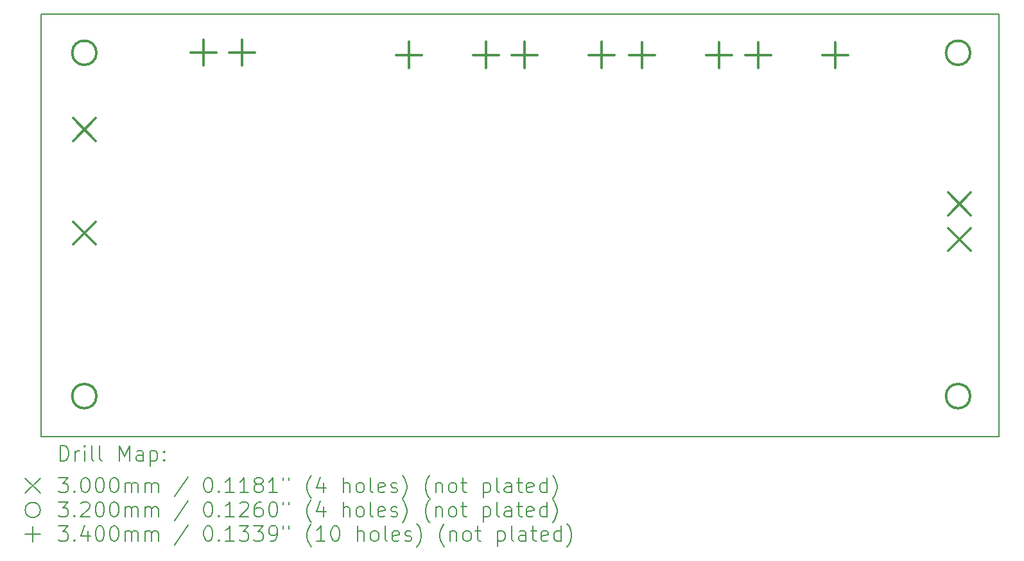
<source format=gbr>
%TF.GenerationSoftware,KiCad,Pcbnew,9.0.1*%
%TF.CreationDate,2025-06-05T13:09:51-07:00*%
%TF.ProjectId,chop-controller-heat,63686f70-2d63-46f6-9e74-726f6c6c6572,rev?*%
%TF.SameCoordinates,Original*%
%TF.FileFunction,Drillmap*%
%TF.FilePolarity,Positive*%
%FSLAX45Y45*%
G04 Gerber Fmt 4.5, Leading zero omitted, Abs format (unit mm)*
G04 Created by KiCad (PCBNEW 9.0.1) date 2025-06-05 13:09:51*
%MOMM*%
%LPD*%
G01*
G04 APERTURE LIST*
%ADD10C,0.200000*%
%ADD11C,0.300000*%
%ADD12C,0.320000*%
%ADD13C,0.340000*%
G04 APERTURE END LIST*
D10*
X8502664Y-4891532D02*
X21138264Y-4891532D01*
X21138264Y-10469532D01*
X8502664Y-10469532D01*
X8502664Y-4891532D01*
D11*
X8922680Y-6265280D02*
X9222680Y-6565280D01*
X9222680Y-6265280D02*
X8922680Y-6565280D01*
X8922680Y-7635280D02*
X9222680Y-7935280D01*
X9222680Y-7635280D02*
X8922680Y-7935280D01*
X20462400Y-7246000D02*
X20762400Y-7546000D01*
X20762400Y-7246000D02*
X20462400Y-7546000D01*
X20462400Y-7716000D02*
X20762400Y-8016000D01*
X20762400Y-7716000D02*
X20462400Y-8016000D01*
D12*
X9232680Y-5402200D02*
G75*
G02*
X8912680Y-5402200I-160000J0D01*
G01*
X8912680Y-5402200D02*
G75*
G02*
X9232680Y-5402200I160000J0D01*
G01*
X9232680Y-9936200D02*
G75*
G02*
X8912680Y-9936200I-160000J0D01*
G01*
X8912680Y-9936200D02*
G75*
G02*
X9232680Y-9936200I160000J0D01*
G01*
X20755740Y-5402200D02*
G75*
G02*
X20435740Y-5402200I-160000J0D01*
G01*
X20435740Y-5402200D02*
G75*
G02*
X20755740Y-5402200I160000J0D01*
G01*
X20755740Y-9936200D02*
G75*
G02*
X20435740Y-9936200I-160000J0D01*
G01*
X20435740Y-9936200D02*
G75*
G02*
X20755740Y-9936200I160000J0D01*
G01*
D13*
X10642564Y-5226932D02*
X10642564Y-5566932D01*
X10472564Y-5396932D02*
X10812564Y-5396932D01*
X11150564Y-5226932D02*
X11150564Y-5566932D01*
X10980564Y-5396932D02*
X11320564Y-5396932D01*
X13355764Y-5259332D02*
X13355764Y-5599332D01*
X13185764Y-5429332D02*
X13525764Y-5429332D01*
X14371764Y-5259332D02*
X14371764Y-5599332D01*
X14201764Y-5429332D02*
X14541764Y-5429332D01*
X14876364Y-5259332D02*
X14876364Y-5599332D01*
X14706364Y-5429332D02*
X15046364Y-5429332D01*
X15892364Y-5259332D02*
X15892364Y-5599332D01*
X15722364Y-5429332D02*
X16062364Y-5429332D01*
X16424089Y-5264407D02*
X16424089Y-5604407D01*
X16254089Y-5434407D02*
X16594089Y-5434407D01*
X17440089Y-5264407D02*
X17440089Y-5604407D01*
X17270089Y-5434407D02*
X17610089Y-5434407D01*
X17957389Y-5264407D02*
X17957389Y-5604407D01*
X17787389Y-5434407D02*
X18127389Y-5434407D01*
X18973389Y-5264407D02*
X18973389Y-5604407D01*
X18803389Y-5434407D02*
X19143389Y-5434407D01*
D10*
X8753441Y-10791016D02*
X8753441Y-10591016D01*
X8753441Y-10591016D02*
X8801060Y-10591016D01*
X8801060Y-10591016D02*
X8829631Y-10600540D01*
X8829631Y-10600540D02*
X8848679Y-10619588D01*
X8848679Y-10619588D02*
X8858203Y-10638635D01*
X8858203Y-10638635D02*
X8867726Y-10676730D01*
X8867726Y-10676730D02*
X8867726Y-10705302D01*
X8867726Y-10705302D02*
X8858203Y-10743397D01*
X8858203Y-10743397D02*
X8848679Y-10762445D01*
X8848679Y-10762445D02*
X8829631Y-10781492D01*
X8829631Y-10781492D02*
X8801060Y-10791016D01*
X8801060Y-10791016D02*
X8753441Y-10791016D01*
X8953441Y-10791016D02*
X8953441Y-10657683D01*
X8953441Y-10695778D02*
X8962964Y-10676730D01*
X8962964Y-10676730D02*
X8972488Y-10667207D01*
X8972488Y-10667207D02*
X8991536Y-10657683D01*
X8991536Y-10657683D02*
X9010584Y-10657683D01*
X9077250Y-10791016D02*
X9077250Y-10657683D01*
X9077250Y-10591016D02*
X9067726Y-10600540D01*
X9067726Y-10600540D02*
X9077250Y-10610064D01*
X9077250Y-10610064D02*
X9086774Y-10600540D01*
X9086774Y-10600540D02*
X9077250Y-10591016D01*
X9077250Y-10591016D02*
X9077250Y-10610064D01*
X9201060Y-10791016D02*
X9182012Y-10781492D01*
X9182012Y-10781492D02*
X9172488Y-10762445D01*
X9172488Y-10762445D02*
X9172488Y-10591016D01*
X9305822Y-10791016D02*
X9286774Y-10781492D01*
X9286774Y-10781492D02*
X9277250Y-10762445D01*
X9277250Y-10762445D02*
X9277250Y-10591016D01*
X9534393Y-10791016D02*
X9534393Y-10591016D01*
X9534393Y-10591016D02*
X9601060Y-10733873D01*
X9601060Y-10733873D02*
X9667726Y-10591016D01*
X9667726Y-10591016D02*
X9667726Y-10791016D01*
X9848679Y-10791016D02*
X9848679Y-10686254D01*
X9848679Y-10686254D02*
X9839155Y-10667207D01*
X9839155Y-10667207D02*
X9820107Y-10657683D01*
X9820107Y-10657683D02*
X9782012Y-10657683D01*
X9782012Y-10657683D02*
X9762964Y-10667207D01*
X9848679Y-10781492D02*
X9829631Y-10791016D01*
X9829631Y-10791016D02*
X9782012Y-10791016D01*
X9782012Y-10791016D02*
X9762964Y-10781492D01*
X9762964Y-10781492D02*
X9753441Y-10762445D01*
X9753441Y-10762445D02*
X9753441Y-10743397D01*
X9753441Y-10743397D02*
X9762964Y-10724349D01*
X9762964Y-10724349D02*
X9782012Y-10714826D01*
X9782012Y-10714826D02*
X9829631Y-10714826D01*
X9829631Y-10714826D02*
X9848679Y-10705302D01*
X9943917Y-10657683D02*
X9943917Y-10857683D01*
X9943917Y-10667207D02*
X9962964Y-10657683D01*
X9962964Y-10657683D02*
X10001060Y-10657683D01*
X10001060Y-10657683D02*
X10020107Y-10667207D01*
X10020107Y-10667207D02*
X10029631Y-10676730D01*
X10029631Y-10676730D02*
X10039155Y-10695778D01*
X10039155Y-10695778D02*
X10039155Y-10752921D01*
X10039155Y-10752921D02*
X10029631Y-10771968D01*
X10029631Y-10771968D02*
X10020107Y-10781492D01*
X10020107Y-10781492D02*
X10001060Y-10791016D01*
X10001060Y-10791016D02*
X9962964Y-10791016D01*
X9962964Y-10791016D02*
X9943917Y-10781492D01*
X10124869Y-10771968D02*
X10134393Y-10781492D01*
X10134393Y-10781492D02*
X10124869Y-10791016D01*
X10124869Y-10791016D02*
X10115345Y-10781492D01*
X10115345Y-10781492D02*
X10124869Y-10771968D01*
X10124869Y-10771968D02*
X10124869Y-10791016D01*
X10124869Y-10667207D02*
X10134393Y-10676730D01*
X10134393Y-10676730D02*
X10124869Y-10686254D01*
X10124869Y-10686254D02*
X10115345Y-10676730D01*
X10115345Y-10676730D02*
X10124869Y-10667207D01*
X10124869Y-10667207D02*
X10124869Y-10686254D01*
X8292664Y-11019532D02*
X8492664Y-11219532D01*
X8492664Y-11019532D02*
X8292664Y-11219532D01*
X8734393Y-11011016D02*
X8858203Y-11011016D01*
X8858203Y-11011016D02*
X8791536Y-11087207D01*
X8791536Y-11087207D02*
X8820107Y-11087207D01*
X8820107Y-11087207D02*
X8839155Y-11096730D01*
X8839155Y-11096730D02*
X8848679Y-11106254D01*
X8848679Y-11106254D02*
X8858203Y-11125302D01*
X8858203Y-11125302D02*
X8858203Y-11172921D01*
X8858203Y-11172921D02*
X8848679Y-11191968D01*
X8848679Y-11191968D02*
X8839155Y-11201492D01*
X8839155Y-11201492D02*
X8820107Y-11211016D01*
X8820107Y-11211016D02*
X8762964Y-11211016D01*
X8762964Y-11211016D02*
X8743917Y-11201492D01*
X8743917Y-11201492D02*
X8734393Y-11191968D01*
X8943917Y-11191968D02*
X8953441Y-11201492D01*
X8953441Y-11201492D02*
X8943917Y-11211016D01*
X8943917Y-11211016D02*
X8934393Y-11201492D01*
X8934393Y-11201492D02*
X8943917Y-11191968D01*
X8943917Y-11191968D02*
X8943917Y-11211016D01*
X9077250Y-11011016D02*
X9096298Y-11011016D01*
X9096298Y-11011016D02*
X9115345Y-11020540D01*
X9115345Y-11020540D02*
X9124869Y-11030064D01*
X9124869Y-11030064D02*
X9134393Y-11049111D01*
X9134393Y-11049111D02*
X9143917Y-11087207D01*
X9143917Y-11087207D02*
X9143917Y-11134826D01*
X9143917Y-11134826D02*
X9134393Y-11172921D01*
X9134393Y-11172921D02*
X9124869Y-11191968D01*
X9124869Y-11191968D02*
X9115345Y-11201492D01*
X9115345Y-11201492D02*
X9096298Y-11211016D01*
X9096298Y-11211016D02*
X9077250Y-11211016D01*
X9077250Y-11211016D02*
X9058203Y-11201492D01*
X9058203Y-11201492D02*
X9048679Y-11191968D01*
X9048679Y-11191968D02*
X9039155Y-11172921D01*
X9039155Y-11172921D02*
X9029631Y-11134826D01*
X9029631Y-11134826D02*
X9029631Y-11087207D01*
X9029631Y-11087207D02*
X9039155Y-11049111D01*
X9039155Y-11049111D02*
X9048679Y-11030064D01*
X9048679Y-11030064D02*
X9058203Y-11020540D01*
X9058203Y-11020540D02*
X9077250Y-11011016D01*
X9267726Y-11011016D02*
X9286774Y-11011016D01*
X9286774Y-11011016D02*
X9305822Y-11020540D01*
X9305822Y-11020540D02*
X9315345Y-11030064D01*
X9315345Y-11030064D02*
X9324869Y-11049111D01*
X9324869Y-11049111D02*
X9334393Y-11087207D01*
X9334393Y-11087207D02*
X9334393Y-11134826D01*
X9334393Y-11134826D02*
X9324869Y-11172921D01*
X9324869Y-11172921D02*
X9315345Y-11191968D01*
X9315345Y-11191968D02*
X9305822Y-11201492D01*
X9305822Y-11201492D02*
X9286774Y-11211016D01*
X9286774Y-11211016D02*
X9267726Y-11211016D01*
X9267726Y-11211016D02*
X9248679Y-11201492D01*
X9248679Y-11201492D02*
X9239155Y-11191968D01*
X9239155Y-11191968D02*
X9229631Y-11172921D01*
X9229631Y-11172921D02*
X9220107Y-11134826D01*
X9220107Y-11134826D02*
X9220107Y-11087207D01*
X9220107Y-11087207D02*
X9229631Y-11049111D01*
X9229631Y-11049111D02*
X9239155Y-11030064D01*
X9239155Y-11030064D02*
X9248679Y-11020540D01*
X9248679Y-11020540D02*
X9267726Y-11011016D01*
X9458203Y-11011016D02*
X9477250Y-11011016D01*
X9477250Y-11011016D02*
X9496298Y-11020540D01*
X9496298Y-11020540D02*
X9505822Y-11030064D01*
X9505822Y-11030064D02*
X9515345Y-11049111D01*
X9515345Y-11049111D02*
X9524869Y-11087207D01*
X9524869Y-11087207D02*
X9524869Y-11134826D01*
X9524869Y-11134826D02*
X9515345Y-11172921D01*
X9515345Y-11172921D02*
X9505822Y-11191968D01*
X9505822Y-11191968D02*
X9496298Y-11201492D01*
X9496298Y-11201492D02*
X9477250Y-11211016D01*
X9477250Y-11211016D02*
X9458203Y-11211016D01*
X9458203Y-11211016D02*
X9439155Y-11201492D01*
X9439155Y-11201492D02*
X9429631Y-11191968D01*
X9429631Y-11191968D02*
X9420107Y-11172921D01*
X9420107Y-11172921D02*
X9410584Y-11134826D01*
X9410584Y-11134826D02*
X9410584Y-11087207D01*
X9410584Y-11087207D02*
X9420107Y-11049111D01*
X9420107Y-11049111D02*
X9429631Y-11030064D01*
X9429631Y-11030064D02*
X9439155Y-11020540D01*
X9439155Y-11020540D02*
X9458203Y-11011016D01*
X9610584Y-11211016D02*
X9610584Y-11077683D01*
X9610584Y-11096730D02*
X9620107Y-11087207D01*
X9620107Y-11087207D02*
X9639155Y-11077683D01*
X9639155Y-11077683D02*
X9667726Y-11077683D01*
X9667726Y-11077683D02*
X9686774Y-11087207D01*
X9686774Y-11087207D02*
X9696298Y-11106254D01*
X9696298Y-11106254D02*
X9696298Y-11211016D01*
X9696298Y-11106254D02*
X9705822Y-11087207D01*
X9705822Y-11087207D02*
X9724869Y-11077683D01*
X9724869Y-11077683D02*
X9753441Y-11077683D01*
X9753441Y-11077683D02*
X9772488Y-11087207D01*
X9772488Y-11087207D02*
X9782012Y-11106254D01*
X9782012Y-11106254D02*
X9782012Y-11211016D01*
X9877250Y-11211016D02*
X9877250Y-11077683D01*
X9877250Y-11096730D02*
X9886774Y-11087207D01*
X9886774Y-11087207D02*
X9905822Y-11077683D01*
X9905822Y-11077683D02*
X9934393Y-11077683D01*
X9934393Y-11077683D02*
X9953441Y-11087207D01*
X9953441Y-11087207D02*
X9962965Y-11106254D01*
X9962965Y-11106254D02*
X9962965Y-11211016D01*
X9962965Y-11106254D02*
X9972488Y-11087207D01*
X9972488Y-11087207D02*
X9991536Y-11077683D01*
X9991536Y-11077683D02*
X10020107Y-11077683D01*
X10020107Y-11077683D02*
X10039155Y-11087207D01*
X10039155Y-11087207D02*
X10048679Y-11106254D01*
X10048679Y-11106254D02*
X10048679Y-11211016D01*
X10439155Y-11001492D02*
X10267727Y-11258635D01*
X10696298Y-11011016D02*
X10715346Y-11011016D01*
X10715346Y-11011016D02*
X10734393Y-11020540D01*
X10734393Y-11020540D02*
X10743917Y-11030064D01*
X10743917Y-11030064D02*
X10753441Y-11049111D01*
X10753441Y-11049111D02*
X10762965Y-11087207D01*
X10762965Y-11087207D02*
X10762965Y-11134826D01*
X10762965Y-11134826D02*
X10753441Y-11172921D01*
X10753441Y-11172921D02*
X10743917Y-11191968D01*
X10743917Y-11191968D02*
X10734393Y-11201492D01*
X10734393Y-11201492D02*
X10715346Y-11211016D01*
X10715346Y-11211016D02*
X10696298Y-11211016D01*
X10696298Y-11211016D02*
X10677250Y-11201492D01*
X10677250Y-11201492D02*
X10667727Y-11191968D01*
X10667727Y-11191968D02*
X10658203Y-11172921D01*
X10658203Y-11172921D02*
X10648679Y-11134826D01*
X10648679Y-11134826D02*
X10648679Y-11087207D01*
X10648679Y-11087207D02*
X10658203Y-11049111D01*
X10658203Y-11049111D02*
X10667727Y-11030064D01*
X10667727Y-11030064D02*
X10677250Y-11020540D01*
X10677250Y-11020540D02*
X10696298Y-11011016D01*
X10848679Y-11191968D02*
X10858203Y-11201492D01*
X10858203Y-11201492D02*
X10848679Y-11211016D01*
X10848679Y-11211016D02*
X10839155Y-11201492D01*
X10839155Y-11201492D02*
X10848679Y-11191968D01*
X10848679Y-11191968D02*
X10848679Y-11211016D01*
X11048679Y-11211016D02*
X10934393Y-11211016D01*
X10991536Y-11211016D02*
X10991536Y-11011016D01*
X10991536Y-11011016D02*
X10972488Y-11039588D01*
X10972488Y-11039588D02*
X10953441Y-11058635D01*
X10953441Y-11058635D02*
X10934393Y-11068159D01*
X11239155Y-11211016D02*
X11124869Y-11211016D01*
X11182012Y-11211016D02*
X11182012Y-11011016D01*
X11182012Y-11011016D02*
X11162965Y-11039588D01*
X11162965Y-11039588D02*
X11143917Y-11058635D01*
X11143917Y-11058635D02*
X11124869Y-11068159D01*
X11353441Y-11096730D02*
X11334393Y-11087207D01*
X11334393Y-11087207D02*
X11324869Y-11077683D01*
X11324869Y-11077683D02*
X11315346Y-11058635D01*
X11315346Y-11058635D02*
X11315346Y-11049111D01*
X11315346Y-11049111D02*
X11324869Y-11030064D01*
X11324869Y-11030064D02*
X11334393Y-11020540D01*
X11334393Y-11020540D02*
X11353441Y-11011016D01*
X11353441Y-11011016D02*
X11391536Y-11011016D01*
X11391536Y-11011016D02*
X11410584Y-11020540D01*
X11410584Y-11020540D02*
X11420107Y-11030064D01*
X11420107Y-11030064D02*
X11429631Y-11049111D01*
X11429631Y-11049111D02*
X11429631Y-11058635D01*
X11429631Y-11058635D02*
X11420107Y-11077683D01*
X11420107Y-11077683D02*
X11410584Y-11087207D01*
X11410584Y-11087207D02*
X11391536Y-11096730D01*
X11391536Y-11096730D02*
X11353441Y-11096730D01*
X11353441Y-11096730D02*
X11334393Y-11106254D01*
X11334393Y-11106254D02*
X11324869Y-11115778D01*
X11324869Y-11115778D02*
X11315346Y-11134826D01*
X11315346Y-11134826D02*
X11315346Y-11172921D01*
X11315346Y-11172921D02*
X11324869Y-11191968D01*
X11324869Y-11191968D02*
X11334393Y-11201492D01*
X11334393Y-11201492D02*
X11353441Y-11211016D01*
X11353441Y-11211016D02*
X11391536Y-11211016D01*
X11391536Y-11211016D02*
X11410584Y-11201492D01*
X11410584Y-11201492D02*
X11420107Y-11191968D01*
X11420107Y-11191968D02*
X11429631Y-11172921D01*
X11429631Y-11172921D02*
X11429631Y-11134826D01*
X11429631Y-11134826D02*
X11420107Y-11115778D01*
X11420107Y-11115778D02*
X11410584Y-11106254D01*
X11410584Y-11106254D02*
X11391536Y-11096730D01*
X11620107Y-11211016D02*
X11505822Y-11211016D01*
X11562965Y-11211016D02*
X11562965Y-11011016D01*
X11562965Y-11011016D02*
X11543917Y-11039588D01*
X11543917Y-11039588D02*
X11524869Y-11058635D01*
X11524869Y-11058635D02*
X11505822Y-11068159D01*
X11696298Y-11011016D02*
X11696298Y-11049111D01*
X11772488Y-11011016D02*
X11772488Y-11049111D01*
X12067727Y-11287206D02*
X12058203Y-11277683D01*
X12058203Y-11277683D02*
X12039155Y-11249111D01*
X12039155Y-11249111D02*
X12029631Y-11230064D01*
X12029631Y-11230064D02*
X12020108Y-11201492D01*
X12020108Y-11201492D02*
X12010584Y-11153873D01*
X12010584Y-11153873D02*
X12010584Y-11115778D01*
X12010584Y-11115778D02*
X12020108Y-11068159D01*
X12020108Y-11068159D02*
X12029631Y-11039588D01*
X12029631Y-11039588D02*
X12039155Y-11020540D01*
X12039155Y-11020540D02*
X12058203Y-10991968D01*
X12058203Y-10991968D02*
X12067727Y-10982445D01*
X12229631Y-11077683D02*
X12229631Y-11211016D01*
X12182012Y-11001492D02*
X12134393Y-11144349D01*
X12134393Y-11144349D02*
X12258203Y-11144349D01*
X12486774Y-11211016D02*
X12486774Y-11011016D01*
X12572489Y-11211016D02*
X12572489Y-11106254D01*
X12572489Y-11106254D02*
X12562965Y-11087207D01*
X12562965Y-11087207D02*
X12543917Y-11077683D01*
X12543917Y-11077683D02*
X12515346Y-11077683D01*
X12515346Y-11077683D02*
X12496298Y-11087207D01*
X12496298Y-11087207D02*
X12486774Y-11096730D01*
X12696298Y-11211016D02*
X12677250Y-11201492D01*
X12677250Y-11201492D02*
X12667727Y-11191968D01*
X12667727Y-11191968D02*
X12658203Y-11172921D01*
X12658203Y-11172921D02*
X12658203Y-11115778D01*
X12658203Y-11115778D02*
X12667727Y-11096730D01*
X12667727Y-11096730D02*
X12677250Y-11087207D01*
X12677250Y-11087207D02*
X12696298Y-11077683D01*
X12696298Y-11077683D02*
X12724870Y-11077683D01*
X12724870Y-11077683D02*
X12743917Y-11087207D01*
X12743917Y-11087207D02*
X12753441Y-11096730D01*
X12753441Y-11096730D02*
X12762965Y-11115778D01*
X12762965Y-11115778D02*
X12762965Y-11172921D01*
X12762965Y-11172921D02*
X12753441Y-11191968D01*
X12753441Y-11191968D02*
X12743917Y-11201492D01*
X12743917Y-11201492D02*
X12724870Y-11211016D01*
X12724870Y-11211016D02*
X12696298Y-11211016D01*
X12877250Y-11211016D02*
X12858203Y-11201492D01*
X12858203Y-11201492D02*
X12848679Y-11182445D01*
X12848679Y-11182445D02*
X12848679Y-11011016D01*
X13029631Y-11201492D02*
X13010584Y-11211016D01*
X13010584Y-11211016D02*
X12972489Y-11211016D01*
X12972489Y-11211016D02*
X12953441Y-11201492D01*
X12953441Y-11201492D02*
X12943917Y-11182445D01*
X12943917Y-11182445D02*
X12943917Y-11106254D01*
X12943917Y-11106254D02*
X12953441Y-11087207D01*
X12953441Y-11087207D02*
X12972489Y-11077683D01*
X12972489Y-11077683D02*
X13010584Y-11077683D01*
X13010584Y-11077683D02*
X13029631Y-11087207D01*
X13029631Y-11087207D02*
X13039155Y-11106254D01*
X13039155Y-11106254D02*
X13039155Y-11125302D01*
X13039155Y-11125302D02*
X12943917Y-11144349D01*
X13115346Y-11201492D02*
X13134393Y-11211016D01*
X13134393Y-11211016D02*
X13172489Y-11211016D01*
X13172489Y-11211016D02*
X13191536Y-11201492D01*
X13191536Y-11201492D02*
X13201060Y-11182445D01*
X13201060Y-11182445D02*
X13201060Y-11172921D01*
X13201060Y-11172921D02*
X13191536Y-11153873D01*
X13191536Y-11153873D02*
X13172489Y-11144349D01*
X13172489Y-11144349D02*
X13143917Y-11144349D01*
X13143917Y-11144349D02*
X13124870Y-11134826D01*
X13124870Y-11134826D02*
X13115346Y-11115778D01*
X13115346Y-11115778D02*
X13115346Y-11106254D01*
X13115346Y-11106254D02*
X13124870Y-11087207D01*
X13124870Y-11087207D02*
X13143917Y-11077683D01*
X13143917Y-11077683D02*
X13172489Y-11077683D01*
X13172489Y-11077683D02*
X13191536Y-11087207D01*
X13267727Y-11287206D02*
X13277251Y-11277683D01*
X13277251Y-11277683D02*
X13296298Y-11249111D01*
X13296298Y-11249111D02*
X13305822Y-11230064D01*
X13305822Y-11230064D02*
X13315346Y-11201492D01*
X13315346Y-11201492D02*
X13324870Y-11153873D01*
X13324870Y-11153873D02*
X13324870Y-11115778D01*
X13324870Y-11115778D02*
X13315346Y-11068159D01*
X13315346Y-11068159D02*
X13305822Y-11039588D01*
X13305822Y-11039588D02*
X13296298Y-11020540D01*
X13296298Y-11020540D02*
X13277251Y-10991968D01*
X13277251Y-10991968D02*
X13267727Y-10982445D01*
X13629632Y-11287206D02*
X13620108Y-11277683D01*
X13620108Y-11277683D02*
X13601060Y-11249111D01*
X13601060Y-11249111D02*
X13591536Y-11230064D01*
X13591536Y-11230064D02*
X13582012Y-11201492D01*
X13582012Y-11201492D02*
X13572489Y-11153873D01*
X13572489Y-11153873D02*
X13572489Y-11115778D01*
X13572489Y-11115778D02*
X13582012Y-11068159D01*
X13582012Y-11068159D02*
X13591536Y-11039588D01*
X13591536Y-11039588D02*
X13601060Y-11020540D01*
X13601060Y-11020540D02*
X13620108Y-10991968D01*
X13620108Y-10991968D02*
X13629632Y-10982445D01*
X13705822Y-11077683D02*
X13705822Y-11211016D01*
X13705822Y-11096730D02*
X13715346Y-11087207D01*
X13715346Y-11087207D02*
X13734393Y-11077683D01*
X13734393Y-11077683D02*
X13762965Y-11077683D01*
X13762965Y-11077683D02*
X13782012Y-11087207D01*
X13782012Y-11087207D02*
X13791536Y-11106254D01*
X13791536Y-11106254D02*
X13791536Y-11211016D01*
X13915346Y-11211016D02*
X13896298Y-11201492D01*
X13896298Y-11201492D02*
X13886774Y-11191968D01*
X13886774Y-11191968D02*
X13877251Y-11172921D01*
X13877251Y-11172921D02*
X13877251Y-11115778D01*
X13877251Y-11115778D02*
X13886774Y-11096730D01*
X13886774Y-11096730D02*
X13896298Y-11087207D01*
X13896298Y-11087207D02*
X13915346Y-11077683D01*
X13915346Y-11077683D02*
X13943917Y-11077683D01*
X13943917Y-11077683D02*
X13962965Y-11087207D01*
X13962965Y-11087207D02*
X13972489Y-11096730D01*
X13972489Y-11096730D02*
X13982012Y-11115778D01*
X13982012Y-11115778D02*
X13982012Y-11172921D01*
X13982012Y-11172921D02*
X13972489Y-11191968D01*
X13972489Y-11191968D02*
X13962965Y-11201492D01*
X13962965Y-11201492D02*
X13943917Y-11211016D01*
X13943917Y-11211016D02*
X13915346Y-11211016D01*
X14039155Y-11077683D02*
X14115346Y-11077683D01*
X14067727Y-11011016D02*
X14067727Y-11182445D01*
X14067727Y-11182445D02*
X14077251Y-11201492D01*
X14077251Y-11201492D02*
X14096298Y-11211016D01*
X14096298Y-11211016D02*
X14115346Y-11211016D01*
X14334393Y-11077683D02*
X14334393Y-11277683D01*
X14334393Y-11087207D02*
X14353441Y-11077683D01*
X14353441Y-11077683D02*
X14391536Y-11077683D01*
X14391536Y-11077683D02*
X14410584Y-11087207D01*
X14410584Y-11087207D02*
X14420108Y-11096730D01*
X14420108Y-11096730D02*
X14429632Y-11115778D01*
X14429632Y-11115778D02*
X14429632Y-11172921D01*
X14429632Y-11172921D02*
X14420108Y-11191968D01*
X14420108Y-11191968D02*
X14410584Y-11201492D01*
X14410584Y-11201492D02*
X14391536Y-11211016D01*
X14391536Y-11211016D02*
X14353441Y-11211016D01*
X14353441Y-11211016D02*
X14334393Y-11201492D01*
X14543917Y-11211016D02*
X14524870Y-11201492D01*
X14524870Y-11201492D02*
X14515346Y-11182445D01*
X14515346Y-11182445D02*
X14515346Y-11011016D01*
X14705822Y-11211016D02*
X14705822Y-11106254D01*
X14705822Y-11106254D02*
X14696298Y-11087207D01*
X14696298Y-11087207D02*
X14677251Y-11077683D01*
X14677251Y-11077683D02*
X14639155Y-11077683D01*
X14639155Y-11077683D02*
X14620108Y-11087207D01*
X14705822Y-11201492D02*
X14686774Y-11211016D01*
X14686774Y-11211016D02*
X14639155Y-11211016D01*
X14639155Y-11211016D02*
X14620108Y-11201492D01*
X14620108Y-11201492D02*
X14610584Y-11182445D01*
X14610584Y-11182445D02*
X14610584Y-11163397D01*
X14610584Y-11163397D02*
X14620108Y-11144349D01*
X14620108Y-11144349D02*
X14639155Y-11134826D01*
X14639155Y-11134826D02*
X14686774Y-11134826D01*
X14686774Y-11134826D02*
X14705822Y-11125302D01*
X14772489Y-11077683D02*
X14848679Y-11077683D01*
X14801060Y-11011016D02*
X14801060Y-11182445D01*
X14801060Y-11182445D02*
X14810584Y-11201492D01*
X14810584Y-11201492D02*
X14829632Y-11211016D01*
X14829632Y-11211016D02*
X14848679Y-11211016D01*
X14991536Y-11201492D02*
X14972489Y-11211016D01*
X14972489Y-11211016D02*
X14934393Y-11211016D01*
X14934393Y-11211016D02*
X14915346Y-11201492D01*
X14915346Y-11201492D02*
X14905822Y-11182445D01*
X14905822Y-11182445D02*
X14905822Y-11106254D01*
X14905822Y-11106254D02*
X14915346Y-11087207D01*
X14915346Y-11087207D02*
X14934393Y-11077683D01*
X14934393Y-11077683D02*
X14972489Y-11077683D01*
X14972489Y-11077683D02*
X14991536Y-11087207D01*
X14991536Y-11087207D02*
X15001060Y-11106254D01*
X15001060Y-11106254D02*
X15001060Y-11125302D01*
X15001060Y-11125302D02*
X14905822Y-11144349D01*
X15172489Y-11211016D02*
X15172489Y-11011016D01*
X15172489Y-11201492D02*
X15153441Y-11211016D01*
X15153441Y-11211016D02*
X15115346Y-11211016D01*
X15115346Y-11211016D02*
X15096298Y-11201492D01*
X15096298Y-11201492D02*
X15086774Y-11191968D01*
X15086774Y-11191968D02*
X15077251Y-11172921D01*
X15077251Y-11172921D02*
X15077251Y-11115778D01*
X15077251Y-11115778D02*
X15086774Y-11096730D01*
X15086774Y-11096730D02*
X15096298Y-11087207D01*
X15096298Y-11087207D02*
X15115346Y-11077683D01*
X15115346Y-11077683D02*
X15153441Y-11077683D01*
X15153441Y-11077683D02*
X15172489Y-11087207D01*
X15248679Y-11287206D02*
X15258203Y-11277683D01*
X15258203Y-11277683D02*
X15277251Y-11249111D01*
X15277251Y-11249111D02*
X15286774Y-11230064D01*
X15286774Y-11230064D02*
X15296298Y-11201492D01*
X15296298Y-11201492D02*
X15305822Y-11153873D01*
X15305822Y-11153873D02*
X15305822Y-11115778D01*
X15305822Y-11115778D02*
X15296298Y-11068159D01*
X15296298Y-11068159D02*
X15286774Y-11039588D01*
X15286774Y-11039588D02*
X15277251Y-11020540D01*
X15277251Y-11020540D02*
X15258203Y-10991968D01*
X15258203Y-10991968D02*
X15248679Y-10982445D01*
X8492664Y-11439532D02*
G75*
G02*
X8292664Y-11439532I-100000J0D01*
G01*
X8292664Y-11439532D02*
G75*
G02*
X8492664Y-11439532I100000J0D01*
G01*
X8734393Y-11331016D02*
X8858203Y-11331016D01*
X8858203Y-11331016D02*
X8791536Y-11407206D01*
X8791536Y-11407206D02*
X8820107Y-11407206D01*
X8820107Y-11407206D02*
X8839155Y-11416730D01*
X8839155Y-11416730D02*
X8848679Y-11426254D01*
X8848679Y-11426254D02*
X8858203Y-11445302D01*
X8858203Y-11445302D02*
X8858203Y-11492921D01*
X8858203Y-11492921D02*
X8848679Y-11511968D01*
X8848679Y-11511968D02*
X8839155Y-11521492D01*
X8839155Y-11521492D02*
X8820107Y-11531016D01*
X8820107Y-11531016D02*
X8762964Y-11531016D01*
X8762964Y-11531016D02*
X8743917Y-11521492D01*
X8743917Y-11521492D02*
X8734393Y-11511968D01*
X8943917Y-11511968D02*
X8953441Y-11521492D01*
X8953441Y-11521492D02*
X8943917Y-11531016D01*
X8943917Y-11531016D02*
X8934393Y-11521492D01*
X8934393Y-11521492D02*
X8943917Y-11511968D01*
X8943917Y-11511968D02*
X8943917Y-11531016D01*
X9029631Y-11350064D02*
X9039155Y-11340540D01*
X9039155Y-11340540D02*
X9058203Y-11331016D01*
X9058203Y-11331016D02*
X9105822Y-11331016D01*
X9105822Y-11331016D02*
X9124869Y-11340540D01*
X9124869Y-11340540D02*
X9134393Y-11350064D01*
X9134393Y-11350064D02*
X9143917Y-11369111D01*
X9143917Y-11369111D02*
X9143917Y-11388159D01*
X9143917Y-11388159D02*
X9134393Y-11416730D01*
X9134393Y-11416730D02*
X9020107Y-11531016D01*
X9020107Y-11531016D02*
X9143917Y-11531016D01*
X9267726Y-11331016D02*
X9286774Y-11331016D01*
X9286774Y-11331016D02*
X9305822Y-11340540D01*
X9305822Y-11340540D02*
X9315345Y-11350064D01*
X9315345Y-11350064D02*
X9324869Y-11369111D01*
X9324869Y-11369111D02*
X9334393Y-11407206D01*
X9334393Y-11407206D02*
X9334393Y-11454826D01*
X9334393Y-11454826D02*
X9324869Y-11492921D01*
X9324869Y-11492921D02*
X9315345Y-11511968D01*
X9315345Y-11511968D02*
X9305822Y-11521492D01*
X9305822Y-11521492D02*
X9286774Y-11531016D01*
X9286774Y-11531016D02*
X9267726Y-11531016D01*
X9267726Y-11531016D02*
X9248679Y-11521492D01*
X9248679Y-11521492D02*
X9239155Y-11511968D01*
X9239155Y-11511968D02*
X9229631Y-11492921D01*
X9229631Y-11492921D02*
X9220107Y-11454826D01*
X9220107Y-11454826D02*
X9220107Y-11407206D01*
X9220107Y-11407206D02*
X9229631Y-11369111D01*
X9229631Y-11369111D02*
X9239155Y-11350064D01*
X9239155Y-11350064D02*
X9248679Y-11340540D01*
X9248679Y-11340540D02*
X9267726Y-11331016D01*
X9458203Y-11331016D02*
X9477250Y-11331016D01*
X9477250Y-11331016D02*
X9496298Y-11340540D01*
X9496298Y-11340540D02*
X9505822Y-11350064D01*
X9505822Y-11350064D02*
X9515345Y-11369111D01*
X9515345Y-11369111D02*
X9524869Y-11407206D01*
X9524869Y-11407206D02*
X9524869Y-11454826D01*
X9524869Y-11454826D02*
X9515345Y-11492921D01*
X9515345Y-11492921D02*
X9505822Y-11511968D01*
X9505822Y-11511968D02*
X9496298Y-11521492D01*
X9496298Y-11521492D02*
X9477250Y-11531016D01*
X9477250Y-11531016D02*
X9458203Y-11531016D01*
X9458203Y-11531016D02*
X9439155Y-11521492D01*
X9439155Y-11521492D02*
X9429631Y-11511968D01*
X9429631Y-11511968D02*
X9420107Y-11492921D01*
X9420107Y-11492921D02*
X9410584Y-11454826D01*
X9410584Y-11454826D02*
X9410584Y-11407206D01*
X9410584Y-11407206D02*
X9420107Y-11369111D01*
X9420107Y-11369111D02*
X9429631Y-11350064D01*
X9429631Y-11350064D02*
X9439155Y-11340540D01*
X9439155Y-11340540D02*
X9458203Y-11331016D01*
X9610584Y-11531016D02*
X9610584Y-11397683D01*
X9610584Y-11416730D02*
X9620107Y-11407206D01*
X9620107Y-11407206D02*
X9639155Y-11397683D01*
X9639155Y-11397683D02*
X9667726Y-11397683D01*
X9667726Y-11397683D02*
X9686774Y-11407206D01*
X9686774Y-11407206D02*
X9696298Y-11426254D01*
X9696298Y-11426254D02*
X9696298Y-11531016D01*
X9696298Y-11426254D02*
X9705822Y-11407206D01*
X9705822Y-11407206D02*
X9724869Y-11397683D01*
X9724869Y-11397683D02*
X9753441Y-11397683D01*
X9753441Y-11397683D02*
X9772488Y-11407206D01*
X9772488Y-11407206D02*
X9782012Y-11426254D01*
X9782012Y-11426254D02*
X9782012Y-11531016D01*
X9877250Y-11531016D02*
X9877250Y-11397683D01*
X9877250Y-11416730D02*
X9886774Y-11407206D01*
X9886774Y-11407206D02*
X9905822Y-11397683D01*
X9905822Y-11397683D02*
X9934393Y-11397683D01*
X9934393Y-11397683D02*
X9953441Y-11407206D01*
X9953441Y-11407206D02*
X9962965Y-11426254D01*
X9962965Y-11426254D02*
X9962965Y-11531016D01*
X9962965Y-11426254D02*
X9972488Y-11407206D01*
X9972488Y-11407206D02*
X9991536Y-11397683D01*
X9991536Y-11397683D02*
X10020107Y-11397683D01*
X10020107Y-11397683D02*
X10039155Y-11407206D01*
X10039155Y-11407206D02*
X10048679Y-11426254D01*
X10048679Y-11426254D02*
X10048679Y-11531016D01*
X10439155Y-11321492D02*
X10267727Y-11578635D01*
X10696298Y-11331016D02*
X10715346Y-11331016D01*
X10715346Y-11331016D02*
X10734393Y-11340540D01*
X10734393Y-11340540D02*
X10743917Y-11350064D01*
X10743917Y-11350064D02*
X10753441Y-11369111D01*
X10753441Y-11369111D02*
X10762965Y-11407206D01*
X10762965Y-11407206D02*
X10762965Y-11454826D01*
X10762965Y-11454826D02*
X10753441Y-11492921D01*
X10753441Y-11492921D02*
X10743917Y-11511968D01*
X10743917Y-11511968D02*
X10734393Y-11521492D01*
X10734393Y-11521492D02*
X10715346Y-11531016D01*
X10715346Y-11531016D02*
X10696298Y-11531016D01*
X10696298Y-11531016D02*
X10677250Y-11521492D01*
X10677250Y-11521492D02*
X10667727Y-11511968D01*
X10667727Y-11511968D02*
X10658203Y-11492921D01*
X10658203Y-11492921D02*
X10648679Y-11454826D01*
X10648679Y-11454826D02*
X10648679Y-11407206D01*
X10648679Y-11407206D02*
X10658203Y-11369111D01*
X10658203Y-11369111D02*
X10667727Y-11350064D01*
X10667727Y-11350064D02*
X10677250Y-11340540D01*
X10677250Y-11340540D02*
X10696298Y-11331016D01*
X10848679Y-11511968D02*
X10858203Y-11521492D01*
X10858203Y-11521492D02*
X10848679Y-11531016D01*
X10848679Y-11531016D02*
X10839155Y-11521492D01*
X10839155Y-11521492D02*
X10848679Y-11511968D01*
X10848679Y-11511968D02*
X10848679Y-11531016D01*
X11048679Y-11531016D02*
X10934393Y-11531016D01*
X10991536Y-11531016D02*
X10991536Y-11331016D01*
X10991536Y-11331016D02*
X10972488Y-11359587D01*
X10972488Y-11359587D02*
X10953441Y-11378635D01*
X10953441Y-11378635D02*
X10934393Y-11388159D01*
X11124869Y-11350064D02*
X11134393Y-11340540D01*
X11134393Y-11340540D02*
X11153441Y-11331016D01*
X11153441Y-11331016D02*
X11201060Y-11331016D01*
X11201060Y-11331016D02*
X11220107Y-11340540D01*
X11220107Y-11340540D02*
X11229631Y-11350064D01*
X11229631Y-11350064D02*
X11239155Y-11369111D01*
X11239155Y-11369111D02*
X11239155Y-11388159D01*
X11239155Y-11388159D02*
X11229631Y-11416730D01*
X11229631Y-11416730D02*
X11115346Y-11531016D01*
X11115346Y-11531016D02*
X11239155Y-11531016D01*
X11410584Y-11331016D02*
X11372488Y-11331016D01*
X11372488Y-11331016D02*
X11353441Y-11340540D01*
X11353441Y-11340540D02*
X11343917Y-11350064D01*
X11343917Y-11350064D02*
X11324869Y-11378635D01*
X11324869Y-11378635D02*
X11315346Y-11416730D01*
X11315346Y-11416730D02*
X11315346Y-11492921D01*
X11315346Y-11492921D02*
X11324869Y-11511968D01*
X11324869Y-11511968D02*
X11334393Y-11521492D01*
X11334393Y-11521492D02*
X11353441Y-11531016D01*
X11353441Y-11531016D02*
X11391536Y-11531016D01*
X11391536Y-11531016D02*
X11410584Y-11521492D01*
X11410584Y-11521492D02*
X11420107Y-11511968D01*
X11420107Y-11511968D02*
X11429631Y-11492921D01*
X11429631Y-11492921D02*
X11429631Y-11445302D01*
X11429631Y-11445302D02*
X11420107Y-11426254D01*
X11420107Y-11426254D02*
X11410584Y-11416730D01*
X11410584Y-11416730D02*
X11391536Y-11407206D01*
X11391536Y-11407206D02*
X11353441Y-11407206D01*
X11353441Y-11407206D02*
X11334393Y-11416730D01*
X11334393Y-11416730D02*
X11324869Y-11426254D01*
X11324869Y-11426254D02*
X11315346Y-11445302D01*
X11553441Y-11331016D02*
X11572488Y-11331016D01*
X11572488Y-11331016D02*
X11591536Y-11340540D01*
X11591536Y-11340540D02*
X11601060Y-11350064D01*
X11601060Y-11350064D02*
X11610584Y-11369111D01*
X11610584Y-11369111D02*
X11620107Y-11407206D01*
X11620107Y-11407206D02*
X11620107Y-11454826D01*
X11620107Y-11454826D02*
X11610584Y-11492921D01*
X11610584Y-11492921D02*
X11601060Y-11511968D01*
X11601060Y-11511968D02*
X11591536Y-11521492D01*
X11591536Y-11521492D02*
X11572488Y-11531016D01*
X11572488Y-11531016D02*
X11553441Y-11531016D01*
X11553441Y-11531016D02*
X11534393Y-11521492D01*
X11534393Y-11521492D02*
X11524869Y-11511968D01*
X11524869Y-11511968D02*
X11515346Y-11492921D01*
X11515346Y-11492921D02*
X11505822Y-11454826D01*
X11505822Y-11454826D02*
X11505822Y-11407206D01*
X11505822Y-11407206D02*
X11515346Y-11369111D01*
X11515346Y-11369111D02*
X11524869Y-11350064D01*
X11524869Y-11350064D02*
X11534393Y-11340540D01*
X11534393Y-11340540D02*
X11553441Y-11331016D01*
X11696298Y-11331016D02*
X11696298Y-11369111D01*
X11772488Y-11331016D02*
X11772488Y-11369111D01*
X12067727Y-11607206D02*
X12058203Y-11597683D01*
X12058203Y-11597683D02*
X12039155Y-11569111D01*
X12039155Y-11569111D02*
X12029631Y-11550064D01*
X12029631Y-11550064D02*
X12020108Y-11521492D01*
X12020108Y-11521492D02*
X12010584Y-11473873D01*
X12010584Y-11473873D02*
X12010584Y-11435778D01*
X12010584Y-11435778D02*
X12020108Y-11388159D01*
X12020108Y-11388159D02*
X12029631Y-11359587D01*
X12029631Y-11359587D02*
X12039155Y-11340540D01*
X12039155Y-11340540D02*
X12058203Y-11311968D01*
X12058203Y-11311968D02*
X12067727Y-11302445D01*
X12229631Y-11397683D02*
X12229631Y-11531016D01*
X12182012Y-11321492D02*
X12134393Y-11464349D01*
X12134393Y-11464349D02*
X12258203Y-11464349D01*
X12486774Y-11531016D02*
X12486774Y-11331016D01*
X12572489Y-11531016D02*
X12572489Y-11426254D01*
X12572489Y-11426254D02*
X12562965Y-11407206D01*
X12562965Y-11407206D02*
X12543917Y-11397683D01*
X12543917Y-11397683D02*
X12515346Y-11397683D01*
X12515346Y-11397683D02*
X12496298Y-11407206D01*
X12496298Y-11407206D02*
X12486774Y-11416730D01*
X12696298Y-11531016D02*
X12677250Y-11521492D01*
X12677250Y-11521492D02*
X12667727Y-11511968D01*
X12667727Y-11511968D02*
X12658203Y-11492921D01*
X12658203Y-11492921D02*
X12658203Y-11435778D01*
X12658203Y-11435778D02*
X12667727Y-11416730D01*
X12667727Y-11416730D02*
X12677250Y-11407206D01*
X12677250Y-11407206D02*
X12696298Y-11397683D01*
X12696298Y-11397683D02*
X12724870Y-11397683D01*
X12724870Y-11397683D02*
X12743917Y-11407206D01*
X12743917Y-11407206D02*
X12753441Y-11416730D01*
X12753441Y-11416730D02*
X12762965Y-11435778D01*
X12762965Y-11435778D02*
X12762965Y-11492921D01*
X12762965Y-11492921D02*
X12753441Y-11511968D01*
X12753441Y-11511968D02*
X12743917Y-11521492D01*
X12743917Y-11521492D02*
X12724870Y-11531016D01*
X12724870Y-11531016D02*
X12696298Y-11531016D01*
X12877250Y-11531016D02*
X12858203Y-11521492D01*
X12858203Y-11521492D02*
X12848679Y-11502445D01*
X12848679Y-11502445D02*
X12848679Y-11331016D01*
X13029631Y-11521492D02*
X13010584Y-11531016D01*
X13010584Y-11531016D02*
X12972489Y-11531016D01*
X12972489Y-11531016D02*
X12953441Y-11521492D01*
X12953441Y-11521492D02*
X12943917Y-11502445D01*
X12943917Y-11502445D02*
X12943917Y-11426254D01*
X12943917Y-11426254D02*
X12953441Y-11407206D01*
X12953441Y-11407206D02*
X12972489Y-11397683D01*
X12972489Y-11397683D02*
X13010584Y-11397683D01*
X13010584Y-11397683D02*
X13029631Y-11407206D01*
X13029631Y-11407206D02*
X13039155Y-11426254D01*
X13039155Y-11426254D02*
X13039155Y-11445302D01*
X13039155Y-11445302D02*
X12943917Y-11464349D01*
X13115346Y-11521492D02*
X13134393Y-11531016D01*
X13134393Y-11531016D02*
X13172489Y-11531016D01*
X13172489Y-11531016D02*
X13191536Y-11521492D01*
X13191536Y-11521492D02*
X13201060Y-11502445D01*
X13201060Y-11502445D02*
X13201060Y-11492921D01*
X13201060Y-11492921D02*
X13191536Y-11473873D01*
X13191536Y-11473873D02*
X13172489Y-11464349D01*
X13172489Y-11464349D02*
X13143917Y-11464349D01*
X13143917Y-11464349D02*
X13124870Y-11454826D01*
X13124870Y-11454826D02*
X13115346Y-11435778D01*
X13115346Y-11435778D02*
X13115346Y-11426254D01*
X13115346Y-11426254D02*
X13124870Y-11407206D01*
X13124870Y-11407206D02*
X13143917Y-11397683D01*
X13143917Y-11397683D02*
X13172489Y-11397683D01*
X13172489Y-11397683D02*
X13191536Y-11407206D01*
X13267727Y-11607206D02*
X13277251Y-11597683D01*
X13277251Y-11597683D02*
X13296298Y-11569111D01*
X13296298Y-11569111D02*
X13305822Y-11550064D01*
X13305822Y-11550064D02*
X13315346Y-11521492D01*
X13315346Y-11521492D02*
X13324870Y-11473873D01*
X13324870Y-11473873D02*
X13324870Y-11435778D01*
X13324870Y-11435778D02*
X13315346Y-11388159D01*
X13315346Y-11388159D02*
X13305822Y-11359587D01*
X13305822Y-11359587D02*
X13296298Y-11340540D01*
X13296298Y-11340540D02*
X13277251Y-11311968D01*
X13277251Y-11311968D02*
X13267727Y-11302445D01*
X13629632Y-11607206D02*
X13620108Y-11597683D01*
X13620108Y-11597683D02*
X13601060Y-11569111D01*
X13601060Y-11569111D02*
X13591536Y-11550064D01*
X13591536Y-11550064D02*
X13582012Y-11521492D01*
X13582012Y-11521492D02*
X13572489Y-11473873D01*
X13572489Y-11473873D02*
X13572489Y-11435778D01*
X13572489Y-11435778D02*
X13582012Y-11388159D01*
X13582012Y-11388159D02*
X13591536Y-11359587D01*
X13591536Y-11359587D02*
X13601060Y-11340540D01*
X13601060Y-11340540D02*
X13620108Y-11311968D01*
X13620108Y-11311968D02*
X13629632Y-11302445D01*
X13705822Y-11397683D02*
X13705822Y-11531016D01*
X13705822Y-11416730D02*
X13715346Y-11407206D01*
X13715346Y-11407206D02*
X13734393Y-11397683D01*
X13734393Y-11397683D02*
X13762965Y-11397683D01*
X13762965Y-11397683D02*
X13782012Y-11407206D01*
X13782012Y-11407206D02*
X13791536Y-11426254D01*
X13791536Y-11426254D02*
X13791536Y-11531016D01*
X13915346Y-11531016D02*
X13896298Y-11521492D01*
X13896298Y-11521492D02*
X13886774Y-11511968D01*
X13886774Y-11511968D02*
X13877251Y-11492921D01*
X13877251Y-11492921D02*
X13877251Y-11435778D01*
X13877251Y-11435778D02*
X13886774Y-11416730D01*
X13886774Y-11416730D02*
X13896298Y-11407206D01*
X13896298Y-11407206D02*
X13915346Y-11397683D01*
X13915346Y-11397683D02*
X13943917Y-11397683D01*
X13943917Y-11397683D02*
X13962965Y-11407206D01*
X13962965Y-11407206D02*
X13972489Y-11416730D01*
X13972489Y-11416730D02*
X13982012Y-11435778D01*
X13982012Y-11435778D02*
X13982012Y-11492921D01*
X13982012Y-11492921D02*
X13972489Y-11511968D01*
X13972489Y-11511968D02*
X13962965Y-11521492D01*
X13962965Y-11521492D02*
X13943917Y-11531016D01*
X13943917Y-11531016D02*
X13915346Y-11531016D01*
X14039155Y-11397683D02*
X14115346Y-11397683D01*
X14067727Y-11331016D02*
X14067727Y-11502445D01*
X14067727Y-11502445D02*
X14077251Y-11521492D01*
X14077251Y-11521492D02*
X14096298Y-11531016D01*
X14096298Y-11531016D02*
X14115346Y-11531016D01*
X14334393Y-11397683D02*
X14334393Y-11597683D01*
X14334393Y-11407206D02*
X14353441Y-11397683D01*
X14353441Y-11397683D02*
X14391536Y-11397683D01*
X14391536Y-11397683D02*
X14410584Y-11407206D01*
X14410584Y-11407206D02*
X14420108Y-11416730D01*
X14420108Y-11416730D02*
X14429632Y-11435778D01*
X14429632Y-11435778D02*
X14429632Y-11492921D01*
X14429632Y-11492921D02*
X14420108Y-11511968D01*
X14420108Y-11511968D02*
X14410584Y-11521492D01*
X14410584Y-11521492D02*
X14391536Y-11531016D01*
X14391536Y-11531016D02*
X14353441Y-11531016D01*
X14353441Y-11531016D02*
X14334393Y-11521492D01*
X14543917Y-11531016D02*
X14524870Y-11521492D01*
X14524870Y-11521492D02*
X14515346Y-11502445D01*
X14515346Y-11502445D02*
X14515346Y-11331016D01*
X14705822Y-11531016D02*
X14705822Y-11426254D01*
X14705822Y-11426254D02*
X14696298Y-11407206D01*
X14696298Y-11407206D02*
X14677251Y-11397683D01*
X14677251Y-11397683D02*
X14639155Y-11397683D01*
X14639155Y-11397683D02*
X14620108Y-11407206D01*
X14705822Y-11521492D02*
X14686774Y-11531016D01*
X14686774Y-11531016D02*
X14639155Y-11531016D01*
X14639155Y-11531016D02*
X14620108Y-11521492D01*
X14620108Y-11521492D02*
X14610584Y-11502445D01*
X14610584Y-11502445D02*
X14610584Y-11483397D01*
X14610584Y-11483397D02*
X14620108Y-11464349D01*
X14620108Y-11464349D02*
X14639155Y-11454826D01*
X14639155Y-11454826D02*
X14686774Y-11454826D01*
X14686774Y-11454826D02*
X14705822Y-11445302D01*
X14772489Y-11397683D02*
X14848679Y-11397683D01*
X14801060Y-11331016D02*
X14801060Y-11502445D01*
X14801060Y-11502445D02*
X14810584Y-11521492D01*
X14810584Y-11521492D02*
X14829632Y-11531016D01*
X14829632Y-11531016D02*
X14848679Y-11531016D01*
X14991536Y-11521492D02*
X14972489Y-11531016D01*
X14972489Y-11531016D02*
X14934393Y-11531016D01*
X14934393Y-11531016D02*
X14915346Y-11521492D01*
X14915346Y-11521492D02*
X14905822Y-11502445D01*
X14905822Y-11502445D02*
X14905822Y-11426254D01*
X14905822Y-11426254D02*
X14915346Y-11407206D01*
X14915346Y-11407206D02*
X14934393Y-11397683D01*
X14934393Y-11397683D02*
X14972489Y-11397683D01*
X14972489Y-11397683D02*
X14991536Y-11407206D01*
X14991536Y-11407206D02*
X15001060Y-11426254D01*
X15001060Y-11426254D02*
X15001060Y-11445302D01*
X15001060Y-11445302D02*
X14905822Y-11464349D01*
X15172489Y-11531016D02*
X15172489Y-11331016D01*
X15172489Y-11521492D02*
X15153441Y-11531016D01*
X15153441Y-11531016D02*
X15115346Y-11531016D01*
X15115346Y-11531016D02*
X15096298Y-11521492D01*
X15096298Y-11521492D02*
X15086774Y-11511968D01*
X15086774Y-11511968D02*
X15077251Y-11492921D01*
X15077251Y-11492921D02*
X15077251Y-11435778D01*
X15077251Y-11435778D02*
X15086774Y-11416730D01*
X15086774Y-11416730D02*
X15096298Y-11407206D01*
X15096298Y-11407206D02*
X15115346Y-11397683D01*
X15115346Y-11397683D02*
X15153441Y-11397683D01*
X15153441Y-11397683D02*
X15172489Y-11407206D01*
X15248679Y-11607206D02*
X15258203Y-11597683D01*
X15258203Y-11597683D02*
X15277251Y-11569111D01*
X15277251Y-11569111D02*
X15286774Y-11550064D01*
X15286774Y-11550064D02*
X15296298Y-11521492D01*
X15296298Y-11521492D02*
X15305822Y-11473873D01*
X15305822Y-11473873D02*
X15305822Y-11435778D01*
X15305822Y-11435778D02*
X15296298Y-11388159D01*
X15296298Y-11388159D02*
X15286774Y-11359587D01*
X15286774Y-11359587D02*
X15277251Y-11340540D01*
X15277251Y-11340540D02*
X15258203Y-11311968D01*
X15258203Y-11311968D02*
X15248679Y-11302445D01*
X8392664Y-11659532D02*
X8392664Y-11859532D01*
X8292664Y-11759532D02*
X8492664Y-11759532D01*
X8734393Y-11651016D02*
X8858203Y-11651016D01*
X8858203Y-11651016D02*
X8791536Y-11727206D01*
X8791536Y-11727206D02*
X8820107Y-11727206D01*
X8820107Y-11727206D02*
X8839155Y-11736730D01*
X8839155Y-11736730D02*
X8848679Y-11746254D01*
X8848679Y-11746254D02*
X8858203Y-11765302D01*
X8858203Y-11765302D02*
X8858203Y-11812921D01*
X8858203Y-11812921D02*
X8848679Y-11831968D01*
X8848679Y-11831968D02*
X8839155Y-11841492D01*
X8839155Y-11841492D02*
X8820107Y-11851016D01*
X8820107Y-11851016D02*
X8762964Y-11851016D01*
X8762964Y-11851016D02*
X8743917Y-11841492D01*
X8743917Y-11841492D02*
X8734393Y-11831968D01*
X8943917Y-11831968D02*
X8953441Y-11841492D01*
X8953441Y-11841492D02*
X8943917Y-11851016D01*
X8943917Y-11851016D02*
X8934393Y-11841492D01*
X8934393Y-11841492D02*
X8943917Y-11831968D01*
X8943917Y-11831968D02*
X8943917Y-11851016D01*
X9124869Y-11717683D02*
X9124869Y-11851016D01*
X9077250Y-11641492D02*
X9029631Y-11784349D01*
X9029631Y-11784349D02*
X9153441Y-11784349D01*
X9267726Y-11651016D02*
X9286774Y-11651016D01*
X9286774Y-11651016D02*
X9305822Y-11660540D01*
X9305822Y-11660540D02*
X9315345Y-11670064D01*
X9315345Y-11670064D02*
X9324869Y-11689111D01*
X9324869Y-11689111D02*
X9334393Y-11727206D01*
X9334393Y-11727206D02*
X9334393Y-11774826D01*
X9334393Y-11774826D02*
X9324869Y-11812921D01*
X9324869Y-11812921D02*
X9315345Y-11831968D01*
X9315345Y-11831968D02*
X9305822Y-11841492D01*
X9305822Y-11841492D02*
X9286774Y-11851016D01*
X9286774Y-11851016D02*
X9267726Y-11851016D01*
X9267726Y-11851016D02*
X9248679Y-11841492D01*
X9248679Y-11841492D02*
X9239155Y-11831968D01*
X9239155Y-11831968D02*
X9229631Y-11812921D01*
X9229631Y-11812921D02*
X9220107Y-11774826D01*
X9220107Y-11774826D02*
X9220107Y-11727206D01*
X9220107Y-11727206D02*
X9229631Y-11689111D01*
X9229631Y-11689111D02*
X9239155Y-11670064D01*
X9239155Y-11670064D02*
X9248679Y-11660540D01*
X9248679Y-11660540D02*
X9267726Y-11651016D01*
X9458203Y-11651016D02*
X9477250Y-11651016D01*
X9477250Y-11651016D02*
X9496298Y-11660540D01*
X9496298Y-11660540D02*
X9505822Y-11670064D01*
X9505822Y-11670064D02*
X9515345Y-11689111D01*
X9515345Y-11689111D02*
X9524869Y-11727206D01*
X9524869Y-11727206D02*
X9524869Y-11774826D01*
X9524869Y-11774826D02*
X9515345Y-11812921D01*
X9515345Y-11812921D02*
X9505822Y-11831968D01*
X9505822Y-11831968D02*
X9496298Y-11841492D01*
X9496298Y-11841492D02*
X9477250Y-11851016D01*
X9477250Y-11851016D02*
X9458203Y-11851016D01*
X9458203Y-11851016D02*
X9439155Y-11841492D01*
X9439155Y-11841492D02*
X9429631Y-11831968D01*
X9429631Y-11831968D02*
X9420107Y-11812921D01*
X9420107Y-11812921D02*
X9410584Y-11774826D01*
X9410584Y-11774826D02*
X9410584Y-11727206D01*
X9410584Y-11727206D02*
X9420107Y-11689111D01*
X9420107Y-11689111D02*
X9429631Y-11670064D01*
X9429631Y-11670064D02*
X9439155Y-11660540D01*
X9439155Y-11660540D02*
X9458203Y-11651016D01*
X9610584Y-11851016D02*
X9610584Y-11717683D01*
X9610584Y-11736730D02*
X9620107Y-11727206D01*
X9620107Y-11727206D02*
X9639155Y-11717683D01*
X9639155Y-11717683D02*
X9667726Y-11717683D01*
X9667726Y-11717683D02*
X9686774Y-11727206D01*
X9686774Y-11727206D02*
X9696298Y-11746254D01*
X9696298Y-11746254D02*
X9696298Y-11851016D01*
X9696298Y-11746254D02*
X9705822Y-11727206D01*
X9705822Y-11727206D02*
X9724869Y-11717683D01*
X9724869Y-11717683D02*
X9753441Y-11717683D01*
X9753441Y-11717683D02*
X9772488Y-11727206D01*
X9772488Y-11727206D02*
X9782012Y-11746254D01*
X9782012Y-11746254D02*
X9782012Y-11851016D01*
X9877250Y-11851016D02*
X9877250Y-11717683D01*
X9877250Y-11736730D02*
X9886774Y-11727206D01*
X9886774Y-11727206D02*
X9905822Y-11717683D01*
X9905822Y-11717683D02*
X9934393Y-11717683D01*
X9934393Y-11717683D02*
X9953441Y-11727206D01*
X9953441Y-11727206D02*
X9962965Y-11746254D01*
X9962965Y-11746254D02*
X9962965Y-11851016D01*
X9962965Y-11746254D02*
X9972488Y-11727206D01*
X9972488Y-11727206D02*
X9991536Y-11717683D01*
X9991536Y-11717683D02*
X10020107Y-11717683D01*
X10020107Y-11717683D02*
X10039155Y-11727206D01*
X10039155Y-11727206D02*
X10048679Y-11746254D01*
X10048679Y-11746254D02*
X10048679Y-11851016D01*
X10439155Y-11641492D02*
X10267727Y-11898635D01*
X10696298Y-11651016D02*
X10715346Y-11651016D01*
X10715346Y-11651016D02*
X10734393Y-11660540D01*
X10734393Y-11660540D02*
X10743917Y-11670064D01*
X10743917Y-11670064D02*
X10753441Y-11689111D01*
X10753441Y-11689111D02*
X10762965Y-11727206D01*
X10762965Y-11727206D02*
X10762965Y-11774826D01*
X10762965Y-11774826D02*
X10753441Y-11812921D01*
X10753441Y-11812921D02*
X10743917Y-11831968D01*
X10743917Y-11831968D02*
X10734393Y-11841492D01*
X10734393Y-11841492D02*
X10715346Y-11851016D01*
X10715346Y-11851016D02*
X10696298Y-11851016D01*
X10696298Y-11851016D02*
X10677250Y-11841492D01*
X10677250Y-11841492D02*
X10667727Y-11831968D01*
X10667727Y-11831968D02*
X10658203Y-11812921D01*
X10658203Y-11812921D02*
X10648679Y-11774826D01*
X10648679Y-11774826D02*
X10648679Y-11727206D01*
X10648679Y-11727206D02*
X10658203Y-11689111D01*
X10658203Y-11689111D02*
X10667727Y-11670064D01*
X10667727Y-11670064D02*
X10677250Y-11660540D01*
X10677250Y-11660540D02*
X10696298Y-11651016D01*
X10848679Y-11831968D02*
X10858203Y-11841492D01*
X10858203Y-11841492D02*
X10848679Y-11851016D01*
X10848679Y-11851016D02*
X10839155Y-11841492D01*
X10839155Y-11841492D02*
X10848679Y-11831968D01*
X10848679Y-11831968D02*
X10848679Y-11851016D01*
X11048679Y-11851016D02*
X10934393Y-11851016D01*
X10991536Y-11851016D02*
X10991536Y-11651016D01*
X10991536Y-11651016D02*
X10972488Y-11679587D01*
X10972488Y-11679587D02*
X10953441Y-11698635D01*
X10953441Y-11698635D02*
X10934393Y-11708159D01*
X11115346Y-11651016D02*
X11239155Y-11651016D01*
X11239155Y-11651016D02*
X11172488Y-11727206D01*
X11172488Y-11727206D02*
X11201060Y-11727206D01*
X11201060Y-11727206D02*
X11220107Y-11736730D01*
X11220107Y-11736730D02*
X11229631Y-11746254D01*
X11229631Y-11746254D02*
X11239155Y-11765302D01*
X11239155Y-11765302D02*
X11239155Y-11812921D01*
X11239155Y-11812921D02*
X11229631Y-11831968D01*
X11229631Y-11831968D02*
X11220107Y-11841492D01*
X11220107Y-11841492D02*
X11201060Y-11851016D01*
X11201060Y-11851016D02*
X11143917Y-11851016D01*
X11143917Y-11851016D02*
X11124869Y-11841492D01*
X11124869Y-11841492D02*
X11115346Y-11831968D01*
X11305822Y-11651016D02*
X11429631Y-11651016D01*
X11429631Y-11651016D02*
X11362965Y-11727206D01*
X11362965Y-11727206D02*
X11391536Y-11727206D01*
X11391536Y-11727206D02*
X11410584Y-11736730D01*
X11410584Y-11736730D02*
X11420107Y-11746254D01*
X11420107Y-11746254D02*
X11429631Y-11765302D01*
X11429631Y-11765302D02*
X11429631Y-11812921D01*
X11429631Y-11812921D02*
X11420107Y-11831968D01*
X11420107Y-11831968D02*
X11410584Y-11841492D01*
X11410584Y-11841492D02*
X11391536Y-11851016D01*
X11391536Y-11851016D02*
X11334393Y-11851016D01*
X11334393Y-11851016D02*
X11315346Y-11841492D01*
X11315346Y-11841492D02*
X11305822Y-11831968D01*
X11524869Y-11851016D02*
X11562965Y-11851016D01*
X11562965Y-11851016D02*
X11582012Y-11841492D01*
X11582012Y-11841492D02*
X11591536Y-11831968D01*
X11591536Y-11831968D02*
X11610584Y-11803397D01*
X11610584Y-11803397D02*
X11620107Y-11765302D01*
X11620107Y-11765302D02*
X11620107Y-11689111D01*
X11620107Y-11689111D02*
X11610584Y-11670064D01*
X11610584Y-11670064D02*
X11601060Y-11660540D01*
X11601060Y-11660540D02*
X11582012Y-11651016D01*
X11582012Y-11651016D02*
X11543917Y-11651016D01*
X11543917Y-11651016D02*
X11524869Y-11660540D01*
X11524869Y-11660540D02*
X11515346Y-11670064D01*
X11515346Y-11670064D02*
X11505822Y-11689111D01*
X11505822Y-11689111D02*
X11505822Y-11736730D01*
X11505822Y-11736730D02*
X11515346Y-11755778D01*
X11515346Y-11755778D02*
X11524869Y-11765302D01*
X11524869Y-11765302D02*
X11543917Y-11774826D01*
X11543917Y-11774826D02*
X11582012Y-11774826D01*
X11582012Y-11774826D02*
X11601060Y-11765302D01*
X11601060Y-11765302D02*
X11610584Y-11755778D01*
X11610584Y-11755778D02*
X11620107Y-11736730D01*
X11696298Y-11651016D02*
X11696298Y-11689111D01*
X11772488Y-11651016D02*
X11772488Y-11689111D01*
X12067727Y-11927206D02*
X12058203Y-11917683D01*
X12058203Y-11917683D02*
X12039155Y-11889111D01*
X12039155Y-11889111D02*
X12029631Y-11870064D01*
X12029631Y-11870064D02*
X12020108Y-11841492D01*
X12020108Y-11841492D02*
X12010584Y-11793873D01*
X12010584Y-11793873D02*
X12010584Y-11755778D01*
X12010584Y-11755778D02*
X12020108Y-11708159D01*
X12020108Y-11708159D02*
X12029631Y-11679587D01*
X12029631Y-11679587D02*
X12039155Y-11660540D01*
X12039155Y-11660540D02*
X12058203Y-11631968D01*
X12058203Y-11631968D02*
X12067727Y-11622445D01*
X12248679Y-11851016D02*
X12134393Y-11851016D01*
X12191536Y-11851016D02*
X12191536Y-11651016D01*
X12191536Y-11651016D02*
X12172488Y-11679587D01*
X12172488Y-11679587D02*
X12153441Y-11698635D01*
X12153441Y-11698635D02*
X12134393Y-11708159D01*
X12372488Y-11651016D02*
X12391536Y-11651016D01*
X12391536Y-11651016D02*
X12410584Y-11660540D01*
X12410584Y-11660540D02*
X12420108Y-11670064D01*
X12420108Y-11670064D02*
X12429631Y-11689111D01*
X12429631Y-11689111D02*
X12439155Y-11727206D01*
X12439155Y-11727206D02*
X12439155Y-11774826D01*
X12439155Y-11774826D02*
X12429631Y-11812921D01*
X12429631Y-11812921D02*
X12420108Y-11831968D01*
X12420108Y-11831968D02*
X12410584Y-11841492D01*
X12410584Y-11841492D02*
X12391536Y-11851016D01*
X12391536Y-11851016D02*
X12372488Y-11851016D01*
X12372488Y-11851016D02*
X12353441Y-11841492D01*
X12353441Y-11841492D02*
X12343917Y-11831968D01*
X12343917Y-11831968D02*
X12334393Y-11812921D01*
X12334393Y-11812921D02*
X12324869Y-11774826D01*
X12324869Y-11774826D02*
X12324869Y-11727206D01*
X12324869Y-11727206D02*
X12334393Y-11689111D01*
X12334393Y-11689111D02*
X12343917Y-11670064D01*
X12343917Y-11670064D02*
X12353441Y-11660540D01*
X12353441Y-11660540D02*
X12372488Y-11651016D01*
X12677250Y-11851016D02*
X12677250Y-11651016D01*
X12762965Y-11851016D02*
X12762965Y-11746254D01*
X12762965Y-11746254D02*
X12753441Y-11727206D01*
X12753441Y-11727206D02*
X12734393Y-11717683D01*
X12734393Y-11717683D02*
X12705822Y-11717683D01*
X12705822Y-11717683D02*
X12686774Y-11727206D01*
X12686774Y-11727206D02*
X12677250Y-11736730D01*
X12886774Y-11851016D02*
X12867727Y-11841492D01*
X12867727Y-11841492D02*
X12858203Y-11831968D01*
X12858203Y-11831968D02*
X12848679Y-11812921D01*
X12848679Y-11812921D02*
X12848679Y-11755778D01*
X12848679Y-11755778D02*
X12858203Y-11736730D01*
X12858203Y-11736730D02*
X12867727Y-11727206D01*
X12867727Y-11727206D02*
X12886774Y-11717683D01*
X12886774Y-11717683D02*
X12915346Y-11717683D01*
X12915346Y-11717683D02*
X12934393Y-11727206D01*
X12934393Y-11727206D02*
X12943917Y-11736730D01*
X12943917Y-11736730D02*
X12953441Y-11755778D01*
X12953441Y-11755778D02*
X12953441Y-11812921D01*
X12953441Y-11812921D02*
X12943917Y-11831968D01*
X12943917Y-11831968D02*
X12934393Y-11841492D01*
X12934393Y-11841492D02*
X12915346Y-11851016D01*
X12915346Y-11851016D02*
X12886774Y-11851016D01*
X13067727Y-11851016D02*
X13048679Y-11841492D01*
X13048679Y-11841492D02*
X13039155Y-11822445D01*
X13039155Y-11822445D02*
X13039155Y-11651016D01*
X13220108Y-11841492D02*
X13201060Y-11851016D01*
X13201060Y-11851016D02*
X13162965Y-11851016D01*
X13162965Y-11851016D02*
X13143917Y-11841492D01*
X13143917Y-11841492D02*
X13134393Y-11822445D01*
X13134393Y-11822445D02*
X13134393Y-11746254D01*
X13134393Y-11746254D02*
X13143917Y-11727206D01*
X13143917Y-11727206D02*
X13162965Y-11717683D01*
X13162965Y-11717683D02*
X13201060Y-11717683D01*
X13201060Y-11717683D02*
X13220108Y-11727206D01*
X13220108Y-11727206D02*
X13229631Y-11746254D01*
X13229631Y-11746254D02*
X13229631Y-11765302D01*
X13229631Y-11765302D02*
X13134393Y-11784349D01*
X13305822Y-11841492D02*
X13324870Y-11851016D01*
X13324870Y-11851016D02*
X13362965Y-11851016D01*
X13362965Y-11851016D02*
X13382012Y-11841492D01*
X13382012Y-11841492D02*
X13391536Y-11822445D01*
X13391536Y-11822445D02*
X13391536Y-11812921D01*
X13391536Y-11812921D02*
X13382012Y-11793873D01*
X13382012Y-11793873D02*
X13362965Y-11784349D01*
X13362965Y-11784349D02*
X13334393Y-11784349D01*
X13334393Y-11784349D02*
X13315346Y-11774826D01*
X13315346Y-11774826D02*
X13305822Y-11755778D01*
X13305822Y-11755778D02*
X13305822Y-11746254D01*
X13305822Y-11746254D02*
X13315346Y-11727206D01*
X13315346Y-11727206D02*
X13334393Y-11717683D01*
X13334393Y-11717683D02*
X13362965Y-11717683D01*
X13362965Y-11717683D02*
X13382012Y-11727206D01*
X13458203Y-11927206D02*
X13467727Y-11917683D01*
X13467727Y-11917683D02*
X13486774Y-11889111D01*
X13486774Y-11889111D02*
X13496298Y-11870064D01*
X13496298Y-11870064D02*
X13505822Y-11841492D01*
X13505822Y-11841492D02*
X13515346Y-11793873D01*
X13515346Y-11793873D02*
X13515346Y-11755778D01*
X13515346Y-11755778D02*
X13505822Y-11708159D01*
X13505822Y-11708159D02*
X13496298Y-11679587D01*
X13496298Y-11679587D02*
X13486774Y-11660540D01*
X13486774Y-11660540D02*
X13467727Y-11631968D01*
X13467727Y-11631968D02*
X13458203Y-11622445D01*
X13820108Y-11927206D02*
X13810584Y-11917683D01*
X13810584Y-11917683D02*
X13791536Y-11889111D01*
X13791536Y-11889111D02*
X13782012Y-11870064D01*
X13782012Y-11870064D02*
X13772489Y-11841492D01*
X13772489Y-11841492D02*
X13762965Y-11793873D01*
X13762965Y-11793873D02*
X13762965Y-11755778D01*
X13762965Y-11755778D02*
X13772489Y-11708159D01*
X13772489Y-11708159D02*
X13782012Y-11679587D01*
X13782012Y-11679587D02*
X13791536Y-11660540D01*
X13791536Y-11660540D02*
X13810584Y-11631968D01*
X13810584Y-11631968D02*
X13820108Y-11622445D01*
X13896298Y-11717683D02*
X13896298Y-11851016D01*
X13896298Y-11736730D02*
X13905822Y-11727206D01*
X13905822Y-11727206D02*
X13924870Y-11717683D01*
X13924870Y-11717683D02*
X13953441Y-11717683D01*
X13953441Y-11717683D02*
X13972489Y-11727206D01*
X13972489Y-11727206D02*
X13982012Y-11746254D01*
X13982012Y-11746254D02*
X13982012Y-11851016D01*
X14105822Y-11851016D02*
X14086774Y-11841492D01*
X14086774Y-11841492D02*
X14077251Y-11831968D01*
X14077251Y-11831968D02*
X14067727Y-11812921D01*
X14067727Y-11812921D02*
X14067727Y-11755778D01*
X14067727Y-11755778D02*
X14077251Y-11736730D01*
X14077251Y-11736730D02*
X14086774Y-11727206D01*
X14086774Y-11727206D02*
X14105822Y-11717683D01*
X14105822Y-11717683D02*
X14134393Y-11717683D01*
X14134393Y-11717683D02*
X14153441Y-11727206D01*
X14153441Y-11727206D02*
X14162965Y-11736730D01*
X14162965Y-11736730D02*
X14172489Y-11755778D01*
X14172489Y-11755778D02*
X14172489Y-11812921D01*
X14172489Y-11812921D02*
X14162965Y-11831968D01*
X14162965Y-11831968D02*
X14153441Y-11841492D01*
X14153441Y-11841492D02*
X14134393Y-11851016D01*
X14134393Y-11851016D02*
X14105822Y-11851016D01*
X14229632Y-11717683D02*
X14305822Y-11717683D01*
X14258203Y-11651016D02*
X14258203Y-11822445D01*
X14258203Y-11822445D02*
X14267727Y-11841492D01*
X14267727Y-11841492D02*
X14286774Y-11851016D01*
X14286774Y-11851016D02*
X14305822Y-11851016D01*
X14524870Y-11717683D02*
X14524870Y-11917683D01*
X14524870Y-11727206D02*
X14543917Y-11717683D01*
X14543917Y-11717683D02*
X14582013Y-11717683D01*
X14582013Y-11717683D02*
X14601060Y-11727206D01*
X14601060Y-11727206D02*
X14610584Y-11736730D01*
X14610584Y-11736730D02*
X14620108Y-11755778D01*
X14620108Y-11755778D02*
X14620108Y-11812921D01*
X14620108Y-11812921D02*
X14610584Y-11831968D01*
X14610584Y-11831968D02*
X14601060Y-11841492D01*
X14601060Y-11841492D02*
X14582013Y-11851016D01*
X14582013Y-11851016D02*
X14543917Y-11851016D01*
X14543917Y-11851016D02*
X14524870Y-11841492D01*
X14734393Y-11851016D02*
X14715346Y-11841492D01*
X14715346Y-11841492D02*
X14705822Y-11822445D01*
X14705822Y-11822445D02*
X14705822Y-11651016D01*
X14896298Y-11851016D02*
X14896298Y-11746254D01*
X14896298Y-11746254D02*
X14886774Y-11727206D01*
X14886774Y-11727206D02*
X14867727Y-11717683D01*
X14867727Y-11717683D02*
X14829632Y-11717683D01*
X14829632Y-11717683D02*
X14810584Y-11727206D01*
X14896298Y-11841492D02*
X14877251Y-11851016D01*
X14877251Y-11851016D02*
X14829632Y-11851016D01*
X14829632Y-11851016D02*
X14810584Y-11841492D01*
X14810584Y-11841492D02*
X14801060Y-11822445D01*
X14801060Y-11822445D02*
X14801060Y-11803397D01*
X14801060Y-11803397D02*
X14810584Y-11784349D01*
X14810584Y-11784349D02*
X14829632Y-11774826D01*
X14829632Y-11774826D02*
X14877251Y-11774826D01*
X14877251Y-11774826D02*
X14896298Y-11765302D01*
X14962965Y-11717683D02*
X15039155Y-11717683D01*
X14991536Y-11651016D02*
X14991536Y-11822445D01*
X14991536Y-11822445D02*
X15001060Y-11841492D01*
X15001060Y-11841492D02*
X15020108Y-11851016D01*
X15020108Y-11851016D02*
X15039155Y-11851016D01*
X15182013Y-11841492D02*
X15162965Y-11851016D01*
X15162965Y-11851016D02*
X15124870Y-11851016D01*
X15124870Y-11851016D02*
X15105822Y-11841492D01*
X15105822Y-11841492D02*
X15096298Y-11822445D01*
X15096298Y-11822445D02*
X15096298Y-11746254D01*
X15096298Y-11746254D02*
X15105822Y-11727206D01*
X15105822Y-11727206D02*
X15124870Y-11717683D01*
X15124870Y-11717683D02*
X15162965Y-11717683D01*
X15162965Y-11717683D02*
X15182013Y-11727206D01*
X15182013Y-11727206D02*
X15191536Y-11746254D01*
X15191536Y-11746254D02*
X15191536Y-11765302D01*
X15191536Y-11765302D02*
X15096298Y-11784349D01*
X15362965Y-11851016D02*
X15362965Y-11651016D01*
X15362965Y-11841492D02*
X15343917Y-11851016D01*
X15343917Y-11851016D02*
X15305822Y-11851016D01*
X15305822Y-11851016D02*
X15286774Y-11841492D01*
X15286774Y-11841492D02*
X15277251Y-11831968D01*
X15277251Y-11831968D02*
X15267727Y-11812921D01*
X15267727Y-11812921D02*
X15267727Y-11755778D01*
X15267727Y-11755778D02*
X15277251Y-11736730D01*
X15277251Y-11736730D02*
X15286774Y-11727206D01*
X15286774Y-11727206D02*
X15305822Y-11717683D01*
X15305822Y-11717683D02*
X15343917Y-11717683D01*
X15343917Y-11717683D02*
X15362965Y-11727206D01*
X15439155Y-11927206D02*
X15448679Y-11917683D01*
X15448679Y-11917683D02*
X15467727Y-11889111D01*
X15467727Y-11889111D02*
X15477251Y-11870064D01*
X15477251Y-11870064D02*
X15486774Y-11841492D01*
X15486774Y-11841492D02*
X15496298Y-11793873D01*
X15496298Y-11793873D02*
X15496298Y-11755778D01*
X15496298Y-11755778D02*
X15486774Y-11708159D01*
X15486774Y-11708159D02*
X15477251Y-11679587D01*
X15477251Y-11679587D02*
X15467727Y-11660540D01*
X15467727Y-11660540D02*
X15448679Y-11631968D01*
X15448679Y-11631968D02*
X15439155Y-11622445D01*
M02*

</source>
